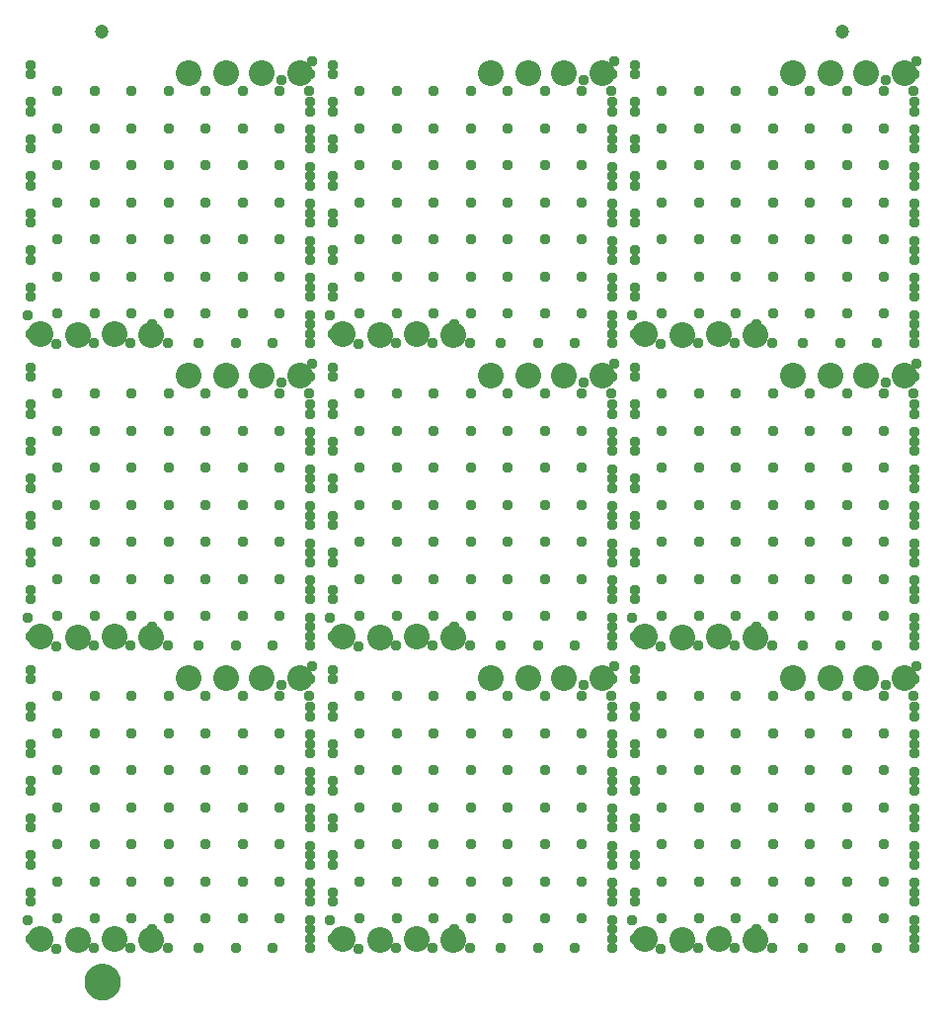
<source format=gbs>
G75*
%MOIN*%
%OFA0B0*%
%FSLAX25Y25*%
%IPPOS*%
%LPD*%
%AMOC8*
5,1,8,0,0,1.08239X$1,22.5*
%
%ADD10C,0.08674*%
%ADD11C,0.04737*%
%ADD12C,0.05000*%
%ADD13C,0.06706*%
%ADD14C,0.03700*%
%ADD15C,0.03778*%
D10*
X0035050Y0034750D03*
X0047500Y0034700D03*
X0059950Y0034750D03*
X0072450Y0034700D03*
X0137050Y0034750D03*
X0149500Y0034700D03*
X0161950Y0034750D03*
X0174450Y0034700D03*
X0239050Y0034750D03*
X0251500Y0034700D03*
X0263950Y0034750D03*
X0276450Y0034700D03*
X0288950Y0122800D03*
X0301550Y0122800D03*
X0313800Y0122800D03*
X0326500Y0122800D03*
X0276450Y0136700D03*
X0263950Y0136750D03*
X0251500Y0136700D03*
X0239050Y0136750D03*
X0224500Y0122800D03*
X0211800Y0122800D03*
X0199550Y0122800D03*
X0186950Y0122800D03*
X0174450Y0136700D03*
X0161950Y0136750D03*
X0149500Y0136700D03*
X0137050Y0136750D03*
X0122500Y0122800D03*
X0109800Y0122800D03*
X0097550Y0122800D03*
X0084950Y0122800D03*
X0072450Y0136700D03*
X0059950Y0136750D03*
X0047500Y0136700D03*
X0035050Y0136750D03*
X0084950Y0224800D03*
X0097550Y0224800D03*
X0109800Y0224800D03*
X0122500Y0224800D03*
X0137050Y0238750D03*
X0149500Y0238700D03*
X0161950Y0238750D03*
X0174450Y0238700D03*
X0186950Y0224800D03*
X0199550Y0224800D03*
X0211800Y0224800D03*
X0224500Y0224800D03*
X0239050Y0238750D03*
X0251500Y0238700D03*
X0263950Y0238750D03*
X0276450Y0238700D03*
X0288950Y0224800D03*
X0301550Y0224800D03*
X0313800Y0224800D03*
X0326500Y0224800D03*
X0326500Y0326800D03*
X0313800Y0326800D03*
X0301550Y0326800D03*
X0288950Y0326800D03*
X0224500Y0326800D03*
X0211800Y0326800D03*
X0199550Y0326800D03*
X0186950Y0326800D03*
X0122500Y0326800D03*
X0109800Y0326800D03*
X0097550Y0326800D03*
X0084950Y0326800D03*
X0072450Y0238700D03*
X0059950Y0238750D03*
X0047500Y0238700D03*
X0035050Y0238750D03*
D11*
X0055750Y0341000D03*
X0305750Y0341000D03*
D12*
X0052185Y0020500D02*
X0052187Y0020619D01*
X0052193Y0020738D01*
X0052203Y0020857D01*
X0052217Y0020975D01*
X0052235Y0021093D01*
X0052256Y0021210D01*
X0052282Y0021326D01*
X0052312Y0021442D01*
X0052345Y0021556D01*
X0052382Y0021669D01*
X0052423Y0021781D01*
X0052468Y0021892D01*
X0052516Y0022001D01*
X0052568Y0022108D01*
X0052624Y0022213D01*
X0052683Y0022317D01*
X0052745Y0022418D01*
X0052811Y0022518D01*
X0052880Y0022615D01*
X0052952Y0022709D01*
X0053028Y0022802D01*
X0053106Y0022891D01*
X0053187Y0022978D01*
X0053272Y0023063D01*
X0053359Y0023144D01*
X0053448Y0023222D01*
X0053541Y0023298D01*
X0053635Y0023370D01*
X0053732Y0023439D01*
X0053832Y0023505D01*
X0053933Y0023567D01*
X0054037Y0023626D01*
X0054142Y0023682D01*
X0054249Y0023734D01*
X0054358Y0023782D01*
X0054469Y0023827D01*
X0054581Y0023868D01*
X0054694Y0023905D01*
X0054808Y0023938D01*
X0054924Y0023968D01*
X0055040Y0023994D01*
X0055157Y0024015D01*
X0055275Y0024033D01*
X0055393Y0024047D01*
X0055512Y0024057D01*
X0055631Y0024063D01*
X0055750Y0024065D01*
X0055869Y0024063D01*
X0055988Y0024057D01*
X0056107Y0024047D01*
X0056225Y0024033D01*
X0056343Y0024015D01*
X0056460Y0023994D01*
X0056576Y0023968D01*
X0056692Y0023938D01*
X0056806Y0023905D01*
X0056919Y0023868D01*
X0057031Y0023827D01*
X0057142Y0023782D01*
X0057251Y0023734D01*
X0057358Y0023682D01*
X0057463Y0023626D01*
X0057567Y0023567D01*
X0057668Y0023505D01*
X0057768Y0023439D01*
X0057865Y0023370D01*
X0057959Y0023298D01*
X0058052Y0023222D01*
X0058141Y0023144D01*
X0058228Y0023063D01*
X0058313Y0022978D01*
X0058394Y0022891D01*
X0058472Y0022802D01*
X0058548Y0022709D01*
X0058620Y0022615D01*
X0058689Y0022518D01*
X0058755Y0022418D01*
X0058817Y0022317D01*
X0058876Y0022213D01*
X0058932Y0022108D01*
X0058984Y0022001D01*
X0059032Y0021892D01*
X0059077Y0021781D01*
X0059118Y0021669D01*
X0059155Y0021556D01*
X0059188Y0021442D01*
X0059218Y0021326D01*
X0059244Y0021210D01*
X0059265Y0021093D01*
X0059283Y0020975D01*
X0059297Y0020857D01*
X0059307Y0020738D01*
X0059313Y0020619D01*
X0059315Y0020500D01*
X0059313Y0020381D01*
X0059307Y0020262D01*
X0059297Y0020143D01*
X0059283Y0020025D01*
X0059265Y0019907D01*
X0059244Y0019790D01*
X0059218Y0019674D01*
X0059188Y0019558D01*
X0059155Y0019444D01*
X0059118Y0019331D01*
X0059077Y0019219D01*
X0059032Y0019108D01*
X0058984Y0018999D01*
X0058932Y0018892D01*
X0058876Y0018787D01*
X0058817Y0018683D01*
X0058755Y0018582D01*
X0058689Y0018482D01*
X0058620Y0018385D01*
X0058548Y0018291D01*
X0058472Y0018198D01*
X0058394Y0018109D01*
X0058313Y0018022D01*
X0058228Y0017937D01*
X0058141Y0017856D01*
X0058052Y0017778D01*
X0057959Y0017702D01*
X0057865Y0017630D01*
X0057768Y0017561D01*
X0057668Y0017495D01*
X0057567Y0017433D01*
X0057463Y0017374D01*
X0057358Y0017318D01*
X0057251Y0017266D01*
X0057142Y0017218D01*
X0057031Y0017173D01*
X0056919Y0017132D01*
X0056806Y0017095D01*
X0056692Y0017062D01*
X0056576Y0017032D01*
X0056460Y0017006D01*
X0056343Y0016985D01*
X0056225Y0016967D01*
X0056107Y0016953D01*
X0055988Y0016943D01*
X0055869Y0016937D01*
X0055750Y0016935D01*
X0055631Y0016937D01*
X0055512Y0016943D01*
X0055393Y0016953D01*
X0055275Y0016967D01*
X0055157Y0016985D01*
X0055040Y0017006D01*
X0054924Y0017032D01*
X0054808Y0017062D01*
X0054694Y0017095D01*
X0054581Y0017132D01*
X0054469Y0017173D01*
X0054358Y0017218D01*
X0054249Y0017266D01*
X0054142Y0017318D01*
X0054037Y0017374D01*
X0053933Y0017433D01*
X0053832Y0017495D01*
X0053732Y0017561D01*
X0053635Y0017630D01*
X0053541Y0017702D01*
X0053448Y0017778D01*
X0053359Y0017856D01*
X0053272Y0017937D01*
X0053187Y0018022D01*
X0053106Y0018109D01*
X0053028Y0018198D01*
X0052952Y0018291D01*
X0052880Y0018385D01*
X0052811Y0018482D01*
X0052745Y0018582D01*
X0052683Y0018683D01*
X0052624Y0018787D01*
X0052568Y0018892D01*
X0052516Y0018999D01*
X0052468Y0019108D01*
X0052423Y0019219D01*
X0052382Y0019331D01*
X0052345Y0019444D01*
X0052312Y0019558D01*
X0052282Y0019674D01*
X0052256Y0019790D01*
X0052235Y0019907D01*
X0052217Y0020025D01*
X0052203Y0020143D01*
X0052193Y0020262D01*
X0052187Y0020381D01*
X0052185Y0020500D01*
D13*
X0055750Y0020500D03*
D14*
X0052850Y0031900D03*
X0065350Y0031900D03*
X0072500Y0038150D03*
X0078250Y0041750D03*
X0065750Y0041750D03*
X0065750Y0054250D03*
X0078250Y0054250D03*
X0078250Y0066750D03*
X0065750Y0066750D03*
X0065750Y0079250D03*
X0078250Y0079250D03*
X0078250Y0091750D03*
X0065750Y0091750D03*
X0065750Y0104250D03*
X0078250Y0104250D03*
X0090750Y0104250D03*
X0090750Y0091750D03*
X0090750Y0079250D03*
X0090750Y0066750D03*
X0090750Y0054250D03*
X0090750Y0041750D03*
X0088350Y0031900D03*
X0077850Y0031900D03*
X0053250Y0041750D03*
X0053250Y0054250D03*
X0053250Y0066750D03*
X0053250Y0079250D03*
X0053250Y0091750D03*
X0053250Y0104250D03*
X0040750Y0104250D03*
X0031654Y0100650D03*
X0031654Y0097500D03*
X0040750Y0091750D03*
X0031654Y0088150D03*
X0031654Y0085000D03*
X0040750Y0079250D03*
X0031654Y0075650D03*
X0031654Y0072500D03*
X0040750Y0066750D03*
X0031654Y0063150D03*
X0031654Y0060000D03*
X0031654Y0050650D03*
X0031600Y0047500D03*
X0030750Y0041250D03*
X0040750Y0041750D03*
X0040350Y0031400D03*
X0040750Y0054250D03*
X0031654Y0110000D03*
X0031654Y0113150D03*
X0031654Y0122500D03*
X0031654Y0125650D03*
X0040350Y0133400D03*
X0040750Y0143750D03*
X0030750Y0143250D03*
X0031600Y0149500D03*
X0031654Y0152650D03*
X0031654Y0162000D03*
X0031654Y0165150D03*
X0031654Y0174500D03*
X0031654Y0177650D03*
X0031654Y0187000D03*
X0031654Y0190150D03*
X0031654Y0199500D03*
X0031654Y0202650D03*
X0031654Y0212000D03*
X0031654Y0215150D03*
X0031654Y0224500D03*
X0031654Y0227650D03*
X0040350Y0235400D03*
X0040750Y0245750D03*
X0030750Y0245250D03*
X0031600Y0251500D03*
X0031654Y0254650D03*
X0031654Y0264000D03*
X0031654Y0267150D03*
X0031654Y0276500D03*
X0031654Y0279650D03*
X0040750Y0283250D03*
X0031654Y0289000D03*
X0031654Y0292150D03*
X0040750Y0295750D03*
X0031654Y0301500D03*
X0031654Y0304650D03*
X0040750Y0308250D03*
X0031654Y0314000D03*
X0031654Y0317150D03*
X0031654Y0326500D03*
X0031654Y0329650D03*
X0040750Y0320750D03*
X0053250Y0320750D03*
X0053250Y0308250D03*
X0053250Y0295750D03*
X0053250Y0283250D03*
X0053250Y0270750D03*
X0053250Y0258250D03*
X0053250Y0245750D03*
X0052850Y0235900D03*
X0065350Y0235900D03*
X0072500Y0242150D03*
X0078250Y0245750D03*
X0065750Y0245750D03*
X0065750Y0258250D03*
X0078250Y0258250D03*
X0078250Y0270750D03*
X0065750Y0270750D03*
X0065750Y0283250D03*
X0078250Y0283250D03*
X0078250Y0295750D03*
X0065750Y0295750D03*
X0065750Y0308250D03*
X0078250Y0308250D03*
X0078250Y0320750D03*
X0065750Y0320750D03*
X0090750Y0320750D03*
X0090750Y0308250D03*
X0090750Y0295750D03*
X0090750Y0283250D03*
X0090750Y0270750D03*
X0090750Y0258250D03*
X0090750Y0245750D03*
X0088350Y0235900D03*
X0077850Y0235900D03*
X0078250Y0218750D03*
X0065750Y0218750D03*
X0065750Y0206250D03*
X0078250Y0206250D03*
X0078250Y0193750D03*
X0065750Y0193750D03*
X0065750Y0181250D03*
X0078250Y0181250D03*
X0078250Y0168750D03*
X0065750Y0168750D03*
X0053250Y0168750D03*
X0053250Y0181250D03*
X0053250Y0193750D03*
X0053250Y0206250D03*
X0053250Y0218750D03*
X0040750Y0218750D03*
X0040750Y0206250D03*
X0040750Y0193750D03*
X0040750Y0181250D03*
X0040750Y0168750D03*
X0040750Y0156250D03*
X0053250Y0156250D03*
X0053250Y0143750D03*
X0052850Y0133900D03*
X0065350Y0133900D03*
X0072500Y0140150D03*
X0078250Y0143750D03*
X0077850Y0133900D03*
X0065750Y0143750D03*
X0065750Y0156250D03*
X0078250Y0156250D03*
X0090750Y0156250D03*
X0090750Y0143750D03*
X0088350Y0133900D03*
X0100850Y0133900D03*
X0103250Y0143750D03*
X0103250Y0156250D03*
X0115750Y0156250D03*
X0126050Y0155800D03*
X0125846Y0152650D03*
X0125846Y0149500D03*
X0126050Y0143300D03*
X0125850Y0140150D03*
X0125846Y0137000D03*
X0125850Y0133900D03*
X0126800Y0126800D03*
X0133654Y0125650D03*
X0133654Y0122500D03*
X0133654Y0113150D03*
X0133654Y0110000D03*
X0125846Y0110000D03*
X0125846Y0113150D03*
X0125750Y0116750D03*
X0115750Y0116750D03*
X0116250Y0120650D03*
X0113350Y0133900D03*
X0115750Y0143750D03*
X0132750Y0143250D03*
X0133600Y0149500D03*
X0133654Y0152650D03*
X0133654Y0162000D03*
X0133654Y0165150D03*
X0125846Y0165150D03*
X0125846Y0162000D03*
X0126050Y0168300D03*
X0125846Y0174500D03*
X0125846Y0177650D03*
X0126050Y0180800D03*
X0125846Y0187000D03*
X0125846Y0190150D03*
X0126050Y0193300D03*
X0125846Y0199500D03*
X0125846Y0202650D03*
X0126050Y0205800D03*
X0125846Y0212000D03*
X0125846Y0215150D03*
X0125750Y0218750D03*
X0133654Y0215150D03*
X0133654Y0212000D03*
X0133654Y0202650D03*
X0133654Y0199500D03*
X0133654Y0190150D03*
X0133654Y0187000D03*
X0133654Y0177650D03*
X0133654Y0174500D03*
X0142750Y0168750D03*
X0142750Y0181250D03*
X0142750Y0193750D03*
X0142750Y0206250D03*
X0142750Y0218750D03*
X0133654Y0224500D03*
X0133654Y0227650D03*
X0126800Y0228800D03*
X0125850Y0235900D03*
X0125846Y0239000D03*
X0125850Y0242150D03*
X0126050Y0245300D03*
X0125846Y0251500D03*
X0125846Y0254650D03*
X0126050Y0257800D03*
X0125846Y0264000D03*
X0125846Y0267150D03*
X0126050Y0270300D03*
X0125846Y0276500D03*
X0125846Y0279650D03*
X0126050Y0282800D03*
X0125846Y0289000D03*
X0125846Y0292150D03*
X0126050Y0295300D03*
X0125846Y0301500D03*
X0125846Y0304650D03*
X0126050Y0307800D03*
X0125846Y0314000D03*
X0125846Y0317150D03*
X0125750Y0320750D03*
X0133654Y0317150D03*
X0133654Y0314000D03*
X0142750Y0308250D03*
X0133654Y0304650D03*
X0133654Y0301500D03*
X0142750Y0295750D03*
X0133654Y0292150D03*
X0133654Y0289000D03*
X0142750Y0283250D03*
X0133654Y0279650D03*
X0133654Y0276500D03*
X0133654Y0267150D03*
X0133654Y0264000D03*
X0133654Y0254650D03*
X0133600Y0251500D03*
X0132750Y0245250D03*
X0142750Y0245750D03*
X0142350Y0235400D03*
X0154850Y0235900D03*
X0155250Y0245750D03*
X0155250Y0258250D03*
X0155250Y0270750D03*
X0155250Y0283250D03*
X0155250Y0295750D03*
X0155250Y0308250D03*
X0155250Y0320750D03*
X0142750Y0320750D03*
X0133654Y0326500D03*
X0133654Y0329650D03*
X0126800Y0330800D03*
X0116250Y0324650D03*
X0115750Y0320750D03*
X0115750Y0308250D03*
X0115750Y0295750D03*
X0115750Y0283250D03*
X0115750Y0270750D03*
X0115750Y0258250D03*
X0115750Y0245750D03*
X0113350Y0235900D03*
X0100850Y0235900D03*
X0103250Y0245750D03*
X0103250Y0258250D03*
X0103250Y0270750D03*
X0103250Y0283250D03*
X0103250Y0295750D03*
X0103250Y0308250D03*
X0103250Y0320750D03*
X0142750Y0270750D03*
X0142750Y0258250D03*
X0167750Y0258250D03*
X0167750Y0245750D03*
X0174500Y0242150D03*
X0180250Y0245750D03*
X0179850Y0235900D03*
X0190350Y0235900D03*
X0192750Y0245750D03*
X0192750Y0258250D03*
X0192750Y0270750D03*
X0192750Y0283250D03*
X0192750Y0295750D03*
X0192750Y0308250D03*
X0192750Y0320750D03*
X0180250Y0320750D03*
X0180250Y0308250D03*
X0180250Y0295750D03*
X0180250Y0283250D03*
X0180250Y0270750D03*
X0180250Y0258250D03*
X0167750Y0270750D03*
X0167750Y0283250D03*
X0167750Y0295750D03*
X0167750Y0308250D03*
X0167750Y0320750D03*
X0205250Y0320750D03*
X0217750Y0320750D03*
X0218250Y0324650D03*
X0227750Y0320750D03*
X0227846Y0317150D03*
X0227846Y0314000D03*
X0228050Y0307800D03*
X0227846Y0304650D03*
X0227846Y0301500D03*
X0228050Y0295300D03*
X0227846Y0292150D03*
X0227846Y0289000D03*
X0228050Y0282800D03*
X0227846Y0279650D03*
X0227846Y0276500D03*
X0228050Y0270300D03*
X0227846Y0267150D03*
X0227846Y0264000D03*
X0228050Y0257800D03*
X0227846Y0254650D03*
X0227846Y0251500D03*
X0228050Y0245300D03*
X0227850Y0242150D03*
X0227846Y0239000D03*
X0227850Y0235900D03*
X0228800Y0228800D03*
X0235654Y0227650D03*
X0235654Y0224500D03*
X0235654Y0215150D03*
X0235654Y0212000D03*
X0227846Y0212000D03*
X0227846Y0215150D03*
X0227750Y0218750D03*
X0218250Y0222650D03*
X0217750Y0218750D03*
X0205250Y0218750D03*
X0205250Y0206250D03*
X0217750Y0206250D03*
X0228050Y0205800D03*
X0227846Y0202650D03*
X0227846Y0199500D03*
X0228050Y0193300D03*
X0227846Y0190150D03*
X0227846Y0187000D03*
X0228050Y0180800D03*
X0227846Y0177650D03*
X0227846Y0174500D03*
X0228050Y0168300D03*
X0227846Y0165150D03*
X0227846Y0162000D03*
X0228050Y0155800D03*
X0227846Y0152650D03*
X0227846Y0149500D03*
X0228050Y0143300D03*
X0227850Y0140150D03*
X0227846Y0137000D03*
X0227850Y0133900D03*
X0228800Y0126800D03*
X0235654Y0125650D03*
X0235654Y0122500D03*
X0235654Y0113150D03*
X0235654Y0110000D03*
X0227846Y0110000D03*
X0227846Y0113150D03*
X0227750Y0116750D03*
X0218250Y0120650D03*
X0217750Y0116750D03*
X0205250Y0116750D03*
X0192750Y0116750D03*
X0180250Y0116750D03*
X0167750Y0116750D03*
X0155250Y0116750D03*
X0142750Y0116750D03*
X0142750Y0104250D03*
X0133654Y0100650D03*
X0133654Y0097500D03*
X0125846Y0097500D03*
X0125846Y0100650D03*
X0126050Y0103800D03*
X0115750Y0104250D03*
X0115750Y0091750D03*
X0126050Y0091300D03*
X0125846Y0088150D03*
X0125846Y0085000D03*
X0126050Y0078800D03*
X0125846Y0075650D03*
X0125846Y0072500D03*
X0126050Y0066300D03*
X0125846Y0063150D03*
X0125846Y0060000D03*
X0126050Y0053800D03*
X0125846Y0050650D03*
X0125846Y0047500D03*
X0126050Y0041300D03*
X0125850Y0038150D03*
X0125846Y0035000D03*
X0125850Y0031900D03*
X0113350Y0031900D03*
X0115750Y0041750D03*
X0115750Y0054250D03*
X0115750Y0066750D03*
X0115750Y0079250D03*
X0103250Y0079250D03*
X0103250Y0066750D03*
X0103250Y0054250D03*
X0103250Y0041750D03*
X0100850Y0031900D03*
X0132750Y0041250D03*
X0133600Y0047500D03*
X0133654Y0050650D03*
X0133654Y0060000D03*
X0133654Y0063150D03*
X0142750Y0066750D03*
X0133654Y0072500D03*
X0133654Y0075650D03*
X0142750Y0079250D03*
X0133654Y0085000D03*
X0133654Y0088150D03*
X0142750Y0091750D03*
X0155250Y0091750D03*
X0155250Y0079250D03*
X0155250Y0066750D03*
X0155250Y0054250D03*
X0155250Y0041750D03*
X0154850Y0031900D03*
X0167350Y0031900D03*
X0174500Y0038150D03*
X0180250Y0041750D03*
X0179850Y0031900D03*
X0190350Y0031900D03*
X0192750Y0041750D03*
X0192750Y0054250D03*
X0192750Y0066750D03*
X0192750Y0079250D03*
X0192750Y0091750D03*
X0192750Y0104250D03*
X0180250Y0104250D03*
X0180250Y0091750D03*
X0180250Y0079250D03*
X0180250Y0066750D03*
X0180250Y0054250D03*
X0167750Y0054250D03*
X0167750Y0041750D03*
X0167750Y0066750D03*
X0167750Y0079250D03*
X0167750Y0091750D03*
X0167750Y0104250D03*
X0155250Y0104250D03*
X0154850Y0133900D03*
X0155250Y0143750D03*
X0155250Y0156250D03*
X0142750Y0156250D03*
X0142750Y0143750D03*
X0142350Y0133400D03*
X0167350Y0133900D03*
X0174500Y0140150D03*
X0180250Y0143750D03*
X0179850Y0133900D03*
X0190350Y0133900D03*
X0192750Y0143750D03*
X0202850Y0133900D03*
X0205250Y0143750D03*
X0217750Y0143750D03*
X0215350Y0133900D03*
X0234750Y0143250D03*
X0235600Y0149500D03*
X0235654Y0152650D03*
X0235654Y0162000D03*
X0235654Y0165150D03*
X0235654Y0174500D03*
X0235654Y0177650D03*
X0235654Y0187000D03*
X0235654Y0190150D03*
X0235654Y0199500D03*
X0235654Y0202650D03*
X0244750Y0206250D03*
X0244750Y0193750D03*
X0244750Y0181250D03*
X0244750Y0168750D03*
X0257250Y0168750D03*
X0269750Y0168750D03*
X0269750Y0181250D03*
X0257250Y0181250D03*
X0257250Y0193750D03*
X0269750Y0193750D03*
X0269750Y0206250D03*
X0257250Y0206250D03*
X0257250Y0218750D03*
X0269750Y0218750D03*
X0282250Y0218750D03*
X0282250Y0206250D03*
X0282250Y0193750D03*
X0282250Y0181250D03*
X0282250Y0168750D03*
X0294750Y0168750D03*
X0294750Y0181250D03*
X0294750Y0193750D03*
X0294750Y0206250D03*
X0294750Y0218750D03*
X0307250Y0218750D03*
X0307250Y0206250D03*
X0307250Y0193750D03*
X0307250Y0181250D03*
X0307250Y0168750D03*
X0319750Y0168750D03*
X0330050Y0168300D03*
X0329846Y0165150D03*
X0329846Y0162000D03*
X0330050Y0155800D03*
X0329846Y0152650D03*
X0329846Y0149500D03*
X0330050Y0143300D03*
X0329850Y0140150D03*
X0329846Y0137000D03*
X0329850Y0133900D03*
X0330800Y0126800D03*
X0329750Y0116750D03*
X0329846Y0113150D03*
X0329846Y0110000D03*
X0330050Y0103800D03*
X0329846Y0100650D03*
X0329846Y0097500D03*
X0330050Y0091300D03*
X0329846Y0088150D03*
X0329846Y0085000D03*
X0330050Y0078800D03*
X0329846Y0075650D03*
X0329846Y0072500D03*
X0330050Y0066300D03*
X0329846Y0063150D03*
X0329846Y0060000D03*
X0330050Y0053800D03*
X0329846Y0050650D03*
X0329846Y0047500D03*
X0330050Y0041300D03*
X0329850Y0038150D03*
X0329846Y0035000D03*
X0329850Y0031900D03*
X0317350Y0031900D03*
X0319750Y0041750D03*
X0319750Y0054250D03*
X0319750Y0066750D03*
X0319750Y0079250D03*
X0319750Y0091750D03*
X0319750Y0104250D03*
X0307250Y0104250D03*
X0307250Y0091750D03*
X0307250Y0079250D03*
X0307250Y0066750D03*
X0307250Y0054250D03*
X0307250Y0041750D03*
X0304850Y0031900D03*
X0292350Y0031900D03*
X0294750Y0041750D03*
X0294750Y0054250D03*
X0294750Y0066750D03*
X0294750Y0079250D03*
X0294750Y0091750D03*
X0294750Y0104250D03*
X0282250Y0104250D03*
X0282250Y0091750D03*
X0282250Y0079250D03*
X0282250Y0066750D03*
X0282250Y0054250D03*
X0282250Y0041750D03*
X0276500Y0038150D03*
X0269750Y0041750D03*
X0257250Y0041750D03*
X0256850Y0031900D03*
X0244350Y0031400D03*
X0244750Y0041750D03*
X0235600Y0047500D03*
X0235654Y0050650D03*
X0227846Y0050650D03*
X0227846Y0047500D03*
X0228050Y0041300D03*
X0227850Y0038150D03*
X0227846Y0035000D03*
X0227850Y0031900D03*
X0234750Y0041250D03*
X0228050Y0053800D03*
X0227846Y0060000D03*
X0227846Y0063150D03*
X0228050Y0066300D03*
X0227846Y0072500D03*
X0227846Y0075650D03*
X0228050Y0078800D03*
X0227846Y0085000D03*
X0227846Y0088150D03*
X0228050Y0091300D03*
X0227846Y0097500D03*
X0227846Y0100650D03*
X0228050Y0103800D03*
X0235654Y0100650D03*
X0235654Y0097500D03*
X0244750Y0091750D03*
X0235654Y0088150D03*
X0235654Y0085000D03*
X0244750Y0079250D03*
X0235654Y0075650D03*
X0235654Y0072500D03*
X0244750Y0066750D03*
X0235654Y0063150D03*
X0235654Y0060000D03*
X0244750Y0054250D03*
X0257250Y0054250D03*
X0269750Y0054250D03*
X0269750Y0066750D03*
X0257250Y0066750D03*
X0257250Y0079250D03*
X0269750Y0079250D03*
X0269750Y0091750D03*
X0257250Y0091750D03*
X0257250Y0104250D03*
X0269750Y0104250D03*
X0269750Y0116750D03*
X0257250Y0116750D03*
X0244750Y0116750D03*
X0244750Y0104250D03*
X0217750Y0104250D03*
X0205250Y0104250D03*
X0205250Y0091750D03*
X0217750Y0091750D03*
X0217750Y0079250D03*
X0205250Y0079250D03*
X0205250Y0066750D03*
X0217750Y0066750D03*
X0217750Y0054250D03*
X0205250Y0054250D03*
X0205250Y0041750D03*
X0217750Y0041750D03*
X0215350Y0031900D03*
X0202850Y0031900D03*
X0142350Y0031400D03*
X0142750Y0041750D03*
X0142750Y0054250D03*
X0103250Y0091750D03*
X0103250Y0104250D03*
X0103250Y0116750D03*
X0090750Y0116750D03*
X0078250Y0116750D03*
X0065750Y0116750D03*
X0053250Y0116750D03*
X0040750Y0116750D03*
X0090750Y0168750D03*
X0090750Y0181250D03*
X0090750Y0193750D03*
X0090750Y0206250D03*
X0090750Y0218750D03*
X0103250Y0218750D03*
X0103250Y0206250D03*
X0103250Y0193750D03*
X0103250Y0181250D03*
X0103250Y0168750D03*
X0115750Y0168750D03*
X0115750Y0181250D03*
X0115750Y0193750D03*
X0115750Y0206250D03*
X0115750Y0218750D03*
X0116250Y0222650D03*
X0155250Y0218750D03*
X0155250Y0206250D03*
X0155250Y0193750D03*
X0155250Y0181250D03*
X0155250Y0168750D03*
X0167750Y0168750D03*
X0167750Y0181250D03*
X0167750Y0193750D03*
X0167750Y0206250D03*
X0167750Y0218750D03*
X0180250Y0218750D03*
X0180250Y0206250D03*
X0180250Y0193750D03*
X0180250Y0181250D03*
X0180250Y0168750D03*
X0192750Y0168750D03*
X0192750Y0181250D03*
X0192750Y0193750D03*
X0192750Y0206250D03*
X0192750Y0218750D03*
X0202850Y0235900D03*
X0205250Y0245750D03*
X0217750Y0245750D03*
X0215350Y0235900D03*
X0234750Y0245250D03*
X0235600Y0251500D03*
X0235654Y0254650D03*
X0235654Y0264000D03*
X0235654Y0267150D03*
X0235654Y0276500D03*
X0235654Y0279650D03*
X0244750Y0283250D03*
X0235654Y0289000D03*
X0235654Y0292150D03*
X0244750Y0295750D03*
X0235654Y0301500D03*
X0235654Y0304650D03*
X0244750Y0308250D03*
X0235654Y0314000D03*
X0235654Y0317150D03*
X0235654Y0326500D03*
X0235654Y0329650D03*
X0228800Y0330800D03*
X0244750Y0320750D03*
X0257250Y0320750D03*
X0269750Y0320750D03*
X0269750Y0308250D03*
X0257250Y0308250D03*
X0257250Y0295750D03*
X0269750Y0295750D03*
X0269750Y0283250D03*
X0257250Y0283250D03*
X0257250Y0270750D03*
X0269750Y0270750D03*
X0269750Y0258250D03*
X0257250Y0258250D03*
X0257250Y0245750D03*
X0269750Y0245750D03*
X0276500Y0242150D03*
X0282250Y0245750D03*
X0281850Y0235900D03*
X0292350Y0235900D03*
X0304850Y0235900D03*
X0307250Y0245750D03*
X0307250Y0258250D03*
X0307250Y0270750D03*
X0307250Y0283250D03*
X0307250Y0295750D03*
X0307250Y0308250D03*
X0307250Y0320750D03*
X0294750Y0320750D03*
X0294750Y0308250D03*
X0294750Y0295750D03*
X0294750Y0283250D03*
X0294750Y0270750D03*
X0294750Y0258250D03*
X0294750Y0245750D03*
X0282250Y0258250D03*
X0282250Y0270750D03*
X0282250Y0283250D03*
X0282250Y0295750D03*
X0282250Y0308250D03*
X0282250Y0320750D03*
X0319750Y0320750D03*
X0320250Y0324650D03*
X0329750Y0320750D03*
X0329846Y0317150D03*
X0329846Y0314000D03*
X0330050Y0307800D03*
X0329846Y0304650D03*
X0329846Y0301500D03*
X0330050Y0295300D03*
X0329846Y0292150D03*
X0329846Y0289000D03*
X0330050Y0282800D03*
X0329846Y0279650D03*
X0329846Y0276500D03*
X0330050Y0270300D03*
X0329846Y0267150D03*
X0329846Y0264000D03*
X0330050Y0257800D03*
X0329846Y0254650D03*
X0329846Y0251500D03*
X0330050Y0245300D03*
X0329850Y0242150D03*
X0329846Y0239000D03*
X0329850Y0235900D03*
X0330800Y0228800D03*
X0320250Y0222650D03*
X0319750Y0218750D03*
X0329750Y0218750D03*
X0329846Y0215150D03*
X0329846Y0212000D03*
X0330050Y0205800D03*
X0329846Y0202650D03*
X0329846Y0199500D03*
X0330050Y0193300D03*
X0329846Y0190150D03*
X0329846Y0187000D03*
X0330050Y0180800D03*
X0329846Y0177650D03*
X0329846Y0174500D03*
X0319750Y0181250D03*
X0319750Y0193750D03*
X0319750Y0206250D03*
X0317350Y0235900D03*
X0319750Y0245750D03*
X0319750Y0258250D03*
X0319750Y0270750D03*
X0319750Y0283250D03*
X0319750Y0295750D03*
X0319750Y0308250D03*
X0330800Y0330800D03*
X0244750Y0270750D03*
X0244750Y0258250D03*
X0244750Y0245750D03*
X0244350Y0235400D03*
X0256850Y0235900D03*
X0269350Y0235900D03*
X0244750Y0218750D03*
X0217750Y0193750D03*
X0205250Y0193750D03*
X0205250Y0181250D03*
X0217750Y0181250D03*
X0217750Y0168750D03*
X0205250Y0168750D03*
X0205250Y0156250D03*
X0217750Y0156250D03*
X0192750Y0156250D03*
X0180250Y0156250D03*
X0167750Y0156250D03*
X0167750Y0143750D03*
X0244750Y0143750D03*
X0244350Y0133400D03*
X0256850Y0133900D03*
X0257250Y0143750D03*
X0269750Y0143750D03*
X0276500Y0140150D03*
X0282250Y0143750D03*
X0281850Y0133900D03*
X0292350Y0133900D03*
X0294750Y0143750D03*
X0304850Y0133900D03*
X0307250Y0143750D03*
X0317350Y0133900D03*
X0319750Y0143750D03*
X0319750Y0156250D03*
X0307250Y0156250D03*
X0294750Y0156250D03*
X0282250Y0156250D03*
X0269750Y0156250D03*
X0257250Y0156250D03*
X0244750Y0156250D03*
X0269350Y0133900D03*
X0282250Y0116750D03*
X0294750Y0116750D03*
X0307250Y0116750D03*
X0319750Y0116750D03*
X0320250Y0120650D03*
X0281850Y0031900D03*
X0269350Y0031900D03*
X0167350Y0235900D03*
X0205250Y0258250D03*
X0217750Y0258250D03*
X0217750Y0270750D03*
X0205250Y0270750D03*
X0205250Y0283250D03*
X0217750Y0283250D03*
X0217750Y0295750D03*
X0205250Y0295750D03*
X0205250Y0308250D03*
X0217750Y0308250D03*
X0040750Y0270750D03*
X0040750Y0258250D03*
D15*
X0031654Y0035000D03*
X0125846Y0122500D03*
X0133654Y0137000D03*
X0125846Y0224500D03*
X0133654Y0239000D03*
X0125846Y0326500D03*
X0031654Y0239000D03*
X0031654Y0137000D03*
X0133654Y0035000D03*
X0227846Y0122500D03*
X0235654Y0137000D03*
X0227846Y0224500D03*
X0235654Y0239000D03*
X0329846Y0224500D03*
X0329846Y0122500D03*
X0235654Y0035000D03*
X0227846Y0326500D03*
X0329846Y0326500D03*
M02*

</source>
